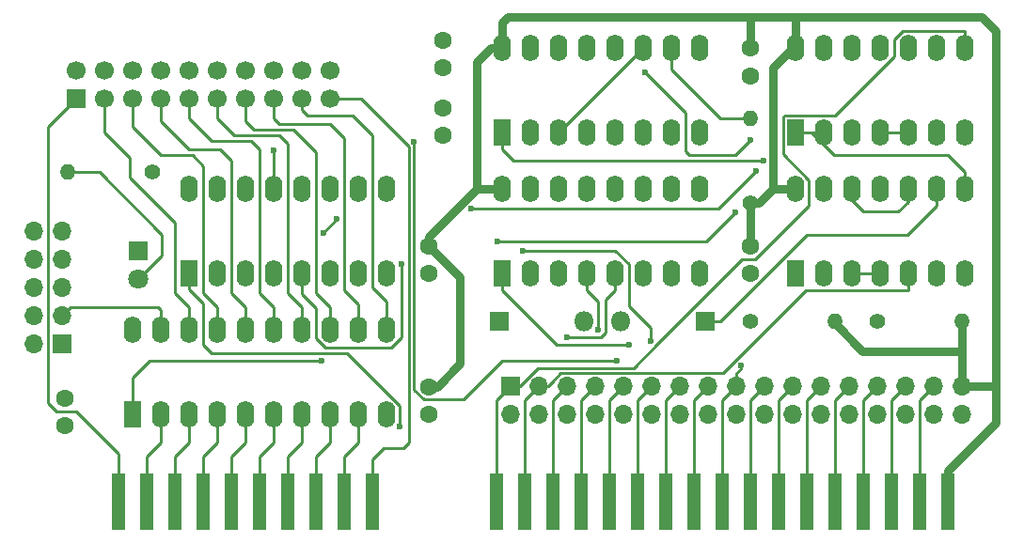
<source format=gtl>
G04 #@! TF.FileFunction,Copper,L1,Top,Signal*
%FSLAX46Y46*%
G04 Gerber Fmt 4.6, Leading zero omitted, Abs format (unit mm)*
G04 Created by KiCad (PCBNEW 4.0.7) date Mon Dec  3 14:16:20 2018*
%MOMM*%
%LPD*%
G01*
G04 APERTURE LIST*
%ADD10C,0.100000*%
%ADD11R,1.700000X1.700000*%
%ADD12O,1.700000X1.700000*%
%ADD13R,1.270000X5.080000*%
%ADD14C,1.600000*%
%ADD15R,1.800000X1.800000*%
%ADD16O,1.800000X1.800000*%
%ADD17C,1.700000*%
%ADD18C,1.400000*%
%ADD19O,1.400000X1.400000*%
%ADD20R,1.600000X2.400000*%
%ADD21O,1.600000X2.400000*%
%ADD22C,1.800000*%
%ADD23C,0.600000*%
%ADD24C,0.750000*%
%ADD25C,0.250000*%
G04 APERTURE END LIST*
D10*
D11*
X30480000Y-55626000D03*
D12*
X27940000Y-55626000D03*
X30480000Y-53086000D03*
X27940000Y-53086000D03*
X30480000Y-50546000D03*
X27940000Y-50546000D03*
X30480000Y-48006000D03*
X27940000Y-48006000D03*
X30480000Y-45466000D03*
X27940000Y-45466000D03*
D11*
X70866005Y-59435989D03*
D12*
X70866005Y-61975989D03*
X73406005Y-59435989D03*
X73406005Y-61975989D03*
X75946005Y-59435989D03*
X75946005Y-61975989D03*
X78486005Y-59435989D03*
X78486005Y-61975989D03*
X81026005Y-59435989D03*
X81026005Y-61975989D03*
X83566005Y-59435989D03*
X83566005Y-61975989D03*
X86106005Y-59435989D03*
X86106005Y-61975989D03*
X88646005Y-59435989D03*
X88646005Y-61975989D03*
X91186005Y-59435989D03*
X91186005Y-61975989D03*
X93726005Y-59435989D03*
X93726005Y-61975989D03*
X96266005Y-59435989D03*
X96266005Y-61975989D03*
X98806005Y-59435989D03*
X98806005Y-61975989D03*
X101346005Y-59435989D03*
X101346005Y-61975989D03*
X103886005Y-59435989D03*
X103886005Y-61975989D03*
X106426005Y-59435989D03*
X106426005Y-61975989D03*
X108966005Y-59435989D03*
X108966005Y-61975989D03*
X111506005Y-59435989D03*
X111506005Y-61975989D03*
D13*
X69596000Y-69850000D03*
X72136000Y-69850000D03*
X74676000Y-69850000D03*
X77216000Y-69850000D03*
X79756000Y-69850000D03*
X82296000Y-69850000D03*
X84836000Y-69850000D03*
X87376000Y-69850000D03*
X89916000Y-69850000D03*
X92456000Y-69850000D03*
X94996000Y-69850000D03*
X97536000Y-69850000D03*
X100076000Y-69850000D03*
X102616000Y-69850000D03*
X105156000Y-69850000D03*
X107696000Y-69850000D03*
X110236000Y-69850000D03*
X35560000Y-69850000D03*
X38100000Y-69850000D03*
X40640000Y-69850000D03*
X43180000Y-69850000D03*
X45720000Y-69850000D03*
X48260000Y-69850000D03*
X50800000Y-69850000D03*
X53340000Y-69850000D03*
X55880000Y-69850000D03*
X58420000Y-69850000D03*
D14*
X64770000Y-30734000D03*
X64770000Y-28234000D03*
X64770000Y-36830000D03*
X64770000Y-34330000D03*
X30734000Y-62992000D03*
X30734000Y-60492000D03*
X92456000Y-49276000D03*
X92456000Y-46776000D03*
X92456000Y-31456000D03*
X92456000Y-28956000D03*
X63500000Y-61976000D03*
X63500000Y-59476000D03*
X63500000Y-49276000D03*
X63500000Y-46776000D03*
D15*
X88392000Y-53594000D03*
D16*
X80772000Y-53594000D03*
D15*
X69850000Y-53594000D03*
D16*
X77470000Y-53594000D03*
D11*
X31750000Y-33528000D03*
D17*
X31750000Y-30988000D03*
X34290000Y-33528000D03*
X34290000Y-30988000D03*
X36830000Y-33528000D03*
X36830000Y-30988000D03*
X39370000Y-33528000D03*
X39370000Y-30988000D03*
X41910000Y-33528000D03*
X41910000Y-30988000D03*
X44450000Y-33528000D03*
X44450000Y-30988000D03*
X46990000Y-33528000D03*
X46990000Y-30988000D03*
X49530000Y-33528000D03*
X49530000Y-30988000D03*
X52070000Y-33528000D03*
X52070000Y-30988000D03*
X54610000Y-33528000D03*
X54610000Y-30988000D03*
D18*
X92456000Y-53594000D03*
D19*
X100076000Y-53594000D03*
D18*
X103886000Y-53594000D03*
D19*
X111506000Y-53594000D03*
D18*
X92456000Y-42926000D03*
D19*
X92456000Y-35306000D03*
D18*
X38608000Y-40132000D03*
D19*
X30988000Y-40132000D03*
D20*
X70104000Y-49276000D03*
D21*
X87884000Y-41656000D03*
X72644000Y-49276000D03*
X85344000Y-41656000D03*
X75184000Y-49276000D03*
X82804000Y-41656000D03*
X77724000Y-49276000D03*
X80264000Y-41656000D03*
X80264000Y-49276000D03*
X77724000Y-41656000D03*
X82804000Y-49276000D03*
X75184000Y-41656000D03*
X85344000Y-49276000D03*
X72644000Y-41656000D03*
X87884000Y-49276000D03*
X70104000Y-41656000D03*
D20*
X96520000Y-49276000D03*
D21*
X111760000Y-41656000D03*
X99060000Y-49276000D03*
X109220000Y-41656000D03*
X101600000Y-49276000D03*
X106680000Y-41656000D03*
X104140000Y-49276000D03*
X104140000Y-41656000D03*
X106680000Y-49276000D03*
X101600000Y-41656000D03*
X109220000Y-49276000D03*
X99060000Y-41656000D03*
X111760000Y-49276000D03*
X96520000Y-41656000D03*
D20*
X70104000Y-36576000D03*
D21*
X87884000Y-28956000D03*
X72644000Y-36576000D03*
X85344000Y-28956000D03*
X75184000Y-36576000D03*
X82804000Y-28956000D03*
X77724000Y-36576000D03*
X80264000Y-28956000D03*
X80264000Y-36576000D03*
X77724000Y-28956000D03*
X82804000Y-36576000D03*
X75184000Y-28956000D03*
X85344000Y-36576000D03*
X72644000Y-28956000D03*
X87884000Y-36576000D03*
X70104000Y-28956000D03*
D20*
X96520000Y-36576000D03*
D21*
X111760000Y-28956000D03*
X99060000Y-36576000D03*
X109220000Y-28956000D03*
X101600000Y-36576000D03*
X106680000Y-28956000D03*
X104140000Y-36576000D03*
X104140000Y-28956000D03*
X106680000Y-36576000D03*
X101600000Y-28956000D03*
X109220000Y-36576000D03*
X99060000Y-28956000D03*
X111760000Y-36576000D03*
X96520000Y-28956000D03*
D20*
X41910000Y-49276000D03*
D21*
X59690000Y-41656000D03*
X44450000Y-49276000D03*
X57150000Y-41656000D03*
X46990000Y-49276000D03*
X54610000Y-41656000D03*
X49530000Y-49276000D03*
X52070000Y-41656000D03*
X52070000Y-49276000D03*
X49530000Y-41656000D03*
X54610000Y-49276000D03*
X46990000Y-41656000D03*
X57150000Y-49276000D03*
X44450000Y-41656000D03*
X59690000Y-49276000D03*
X41910000Y-41656000D03*
D20*
X36830000Y-61976000D03*
D21*
X59690000Y-54356000D03*
X39370000Y-61976000D03*
X57150000Y-54356000D03*
X41910000Y-61976000D03*
X54610000Y-54356000D03*
X44450000Y-61976000D03*
X52070000Y-54356000D03*
X46990000Y-61976000D03*
X49530000Y-54356000D03*
X49530000Y-61976000D03*
X46990000Y-54356000D03*
X52070000Y-61976000D03*
X44450000Y-54356000D03*
X54610000Y-61976000D03*
X41910000Y-54356000D03*
X57150000Y-61976000D03*
X39370000Y-54356000D03*
X59690000Y-61976000D03*
X36830000Y-54356000D03*
D15*
X37338000Y-47244000D03*
D22*
X37338000Y-49784000D03*
D23*
X67818000Y-39370000D03*
X91076200Y-43772900D03*
X69698600Y-46338500D03*
X53848000Y-57150000D03*
X60884100Y-63037300D03*
X75935300Y-54986000D03*
X78715800Y-54357100D03*
X49530000Y-38163500D03*
X80420400Y-57159200D03*
X62172400Y-37401200D03*
X83465900Y-55378200D03*
X71978000Y-47218700D03*
X55245000Y-44384900D03*
X54006700Y-45605600D03*
X61043500Y-48382200D03*
X91584500Y-57594800D03*
X81560100Y-55726900D03*
X93611800Y-39108200D03*
X92456000Y-37274500D03*
X82994500Y-31178500D03*
X92986400Y-40034100D03*
X67314800Y-43424100D03*
D24*
X102552000Y-56261000D02*
X111506000Y-56261000D01*
X100076000Y-53784500D02*
X102552000Y-56261000D01*
X100076000Y-53594000D02*
X100076000Y-53784500D01*
X67818000Y-39370000D02*
X67818000Y-41656000D01*
X67818000Y-41656000D02*
X70104000Y-41656000D01*
X63500000Y-45974000D02*
X67818000Y-41656000D01*
X63500000Y-46776000D02*
X63500000Y-45974000D01*
X66294000Y-49570000D02*
X63500000Y-46776000D01*
X66294000Y-57404000D02*
X66294000Y-49570000D01*
X64222000Y-59476000D02*
X66294000Y-57404000D01*
X63500000Y-59476000D02*
X64222000Y-59476000D01*
X70104000Y-41656000D02*
X67818000Y-41656000D01*
X96520000Y-41656000D02*
X94488000Y-41656000D01*
X94488000Y-30734000D02*
X94488000Y-41656000D01*
X96266000Y-28956000D02*
X94488000Y-30734000D01*
X96520000Y-28956000D02*
X96266000Y-28956000D01*
X96520000Y-28956000D02*
X96520000Y-26162000D01*
X92456000Y-28956000D02*
X92456000Y-26162000D01*
X67818000Y-41656000D02*
X67818000Y-39370000D01*
X69088000Y-28956000D02*
X70104000Y-28956000D01*
X67818000Y-30226000D02*
X69088000Y-28956000D01*
X67818000Y-39370000D02*
X67818000Y-30226000D01*
X111506000Y-59436000D02*
X114554000Y-59436000D01*
X110236000Y-67060000D02*
X110236000Y-69850000D01*
X114554000Y-62742000D02*
X110236000Y-67060000D01*
X114554000Y-59436000D02*
X114554000Y-62742000D01*
X70104000Y-26670000D02*
X70104000Y-28956000D01*
X70612000Y-26162000D02*
X70104000Y-26670000D01*
X92456000Y-26162000D02*
X70612000Y-26162000D01*
X113284000Y-26162000D02*
X96520000Y-26162000D01*
X114554000Y-27432000D02*
X113284000Y-26162000D01*
X114554000Y-59436000D02*
X114554000Y-27432000D01*
X96520000Y-26162000D02*
X92456000Y-26162000D01*
X92456000Y-46776000D02*
X92456000Y-42926000D01*
X93218000Y-42926000D02*
X94488000Y-41656000D01*
X92456000Y-42926000D02*
X93218000Y-42926000D01*
X111506000Y-59436000D02*
X111506000Y-56261000D01*
X111506000Y-56261000D02*
X111506000Y-53594000D01*
D25*
X89729700Y-53594000D02*
X88392000Y-53594000D01*
X97542000Y-45781700D02*
X89729700Y-53594000D01*
X106619600Y-45781700D02*
X97542000Y-45781700D01*
X109220000Y-43181300D02*
X106619600Y-45781700D01*
X109220000Y-41656000D02*
X109220000Y-43181300D01*
X70866005Y-59435989D02*
X71674011Y-59435989D01*
X71674011Y-59435989D02*
X73299700Y-57810300D01*
X73299700Y-57810300D02*
X73888700Y-57810300D01*
X73888700Y-57810300D02*
X73914000Y-57785000D01*
X73914000Y-57785000D02*
X73914000Y-57810300D01*
X69596000Y-60706000D02*
X70866000Y-59436000D01*
X69596000Y-69850000D02*
X69596000Y-60706000D01*
X111760000Y-28956000D02*
X111760000Y-27430700D01*
X73299700Y-57810300D02*
X72041300Y-59068700D01*
X81921300Y-57810300D02*
X73914000Y-57810300D01*
X73914000Y-57810300D02*
X73299700Y-57810300D01*
X84184200Y-55547400D02*
X81921300Y-57810300D01*
X84184200Y-55532500D02*
X84184200Y-55547400D01*
X91690700Y-48026000D02*
X84184200Y-55532500D01*
X92849400Y-48026000D02*
X91690700Y-48026000D01*
X97701400Y-43174000D02*
X92849400Y-48026000D01*
X97701400Y-40845700D02*
X97701400Y-43174000D01*
X95394600Y-38538900D02*
X97701400Y-40845700D01*
X95394600Y-35159600D02*
X95394600Y-38538900D01*
X95503600Y-35050600D02*
X95394600Y-35159600D01*
X100044300Y-35050600D02*
X95503600Y-35050600D01*
X105410000Y-29684900D02*
X100044300Y-35050600D01*
X105410000Y-28173700D02*
X105410000Y-29684900D01*
X106153000Y-27430700D02*
X105410000Y-28173700D01*
X111760000Y-27430700D02*
X106153000Y-27430700D01*
X39497000Y-47625000D02*
X37338000Y-49784000D01*
X39497000Y-45783500D02*
X39497000Y-47625000D01*
X33845500Y-40132000D02*
X39497000Y-45783500D01*
X30988000Y-40132000D02*
X33845500Y-40132000D01*
X88510600Y-46338500D02*
X91076200Y-43772900D01*
X69698600Y-46338500D02*
X88510600Y-46338500D01*
X30480000Y-53086000D02*
X31242000Y-52324000D01*
X39370000Y-52578000D02*
X39370000Y-54356000D01*
X39116000Y-52324000D02*
X39370000Y-52578000D01*
X31242000Y-52324000D02*
X39116000Y-52324000D01*
X36830000Y-58801000D02*
X36830000Y-58674000D01*
X36830000Y-58674000D02*
X38354000Y-57150000D01*
X53848000Y-57150000D02*
X38354000Y-57150000D01*
X36830000Y-58801000D02*
X36830000Y-61976000D01*
X29210000Y-36068000D02*
X31750000Y-33528000D01*
X29210000Y-60960000D02*
X29210000Y-36068000D01*
X29972000Y-61722000D02*
X29210000Y-60960000D01*
X31750000Y-61722000D02*
X29972000Y-61722000D01*
X35560000Y-65532000D02*
X31750000Y-61722000D01*
X35560000Y-69850000D02*
X35560000Y-65532000D01*
X38100000Y-65786000D02*
X38100000Y-69850000D01*
X39370000Y-64516000D02*
X38100000Y-65786000D01*
X39370000Y-61976000D02*
X39370000Y-64516000D01*
X40640000Y-65786000D02*
X40640000Y-69850000D01*
X41910000Y-64516000D02*
X40640000Y-65786000D01*
X41910000Y-61976000D02*
X41910000Y-64516000D01*
X43180000Y-65786000D02*
X43180000Y-69850000D01*
X44450000Y-64516000D02*
X43180000Y-65786000D01*
X44450000Y-61976000D02*
X44450000Y-64516000D01*
X45720000Y-65786000D02*
X45720000Y-69850000D01*
X46990000Y-64516000D02*
X45720000Y-65786000D01*
X46990000Y-61976000D02*
X46990000Y-64516000D01*
X48260000Y-65786000D02*
X48260000Y-69850000D01*
X49530000Y-64516000D02*
X48260000Y-65786000D01*
X49530000Y-61976000D02*
X49530000Y-64516000D01*
X50800000Y-65786000D02*
X50800000Y-69850000D01*
X52070000Y-64516000D02*
X50800000Y-65786000D01*
X52070000Y-61976000D02*
X52070000Y-64516000D01*
X53340000Y-65786000D02*
X53340000Y-69850000D01*
X54610000Y-64516000D02*
X53340000Y-65786000D01*
X54610000Y-61976000D02*
X54610000Y-64516000D01*
X55880000Y-65786000D02*
X55880000Y-69850000D01*
X57150000Y-64516000D02*
X55880000Y-65786000D01*
X57150000Y-61976000D02*
X57150000Y-64516000D01*
X58420000Y-66040000D02*
X58420000Y-69850000D01*
X59436000Y-65024000D02*
X58420000Y-66040000D01*
X61214000Y-65024000D02*
X59436000Y-65024000D01*
X61722000Y-64516000D02*
X61214000Y-65024000D01*
X61722000Y-37846000D02*
X61722000Y-64516000D01*
X57404000Y-33528000D02*
X61722000Y-37846000D01*
X54610000Y-33528000D02*
X57404000Y-33528000D01*
X34290000Y-36576000D02*
X34290000Y-33528000D01*
X36576000Y-38862000D02*
X34290000Y-36576000D01*
X36576000Y-40640000D02*
X36576000Y-38862000D01*
X40640000Y-44704000D02*
X36576000Y-40640000D01*
X40640000Y-51054000D02*
X40640000Y-44704000D01*
X41910000Y-52324000D02*
X40640000Y-51054000D01*
X41910000Y-54356000D02*
X41910000Y-52324000D01*
X36830000Y-36068000D02*
X36830000Y-33528000D01*
X39370000Y-38608000D02*
X36830000Y-36068000D01*
X42222000Y-38608000D02*
X39370000Y-38608000D01*
X43180000Y-39566000D02*
X42222000Y-38608000D01*
X43180000Y-51054000D02*
X43180000Y-39566000D01*
X44450000Y-52324000D02*
X43180000Y-51054000D01*
X44450000Y-54356000D02*
X44450000Y-52324000D01*
X39370000Y-35560000D02*
X39370000Y-33528000D01*
X41910000Y-38100000D02*
X39370000Y-35560000D01*
X44704000Y-38100000D02*
X41910000Y-38100000D01*
X45720000Y-39116000D02*
X44704000Y-38100000D01*
X45720000Y-51054000D02*
X45720000Y-39116000D01*
X46990000Y-52324000D02*
X45720000Y-51054000D01*
X46990000Y-54356000D02*
X46990000Y-52324000D01*
X41910000Y-35306000D02*
X41910000Y-33528000D01*
X43942000Y-37338000D02*
X41910000Y-35306000D01*
X47498000Y-37338000D02*
X43942000Y-37338000D01*
X48260000Y-38100000D02*
X47498000Y-37338000D01*
X48260000Y-51054000D02*
X48260000Y-38100000D01*
X49530000Y-52324000D02*
X48260000Y-51054000D01*
X49530000Y-54356000D02*
X49530000Y-52324000D01*
X44450000Y-35306000D02*
X44450000Y-33528000D01*
X45974000Y-36830000D02*
X44450000Y-35306000D01*
X50038000Y-36830000D02*
X45974000Y-36830000D01*
X50800000Y-37592000D02*
X50038000Y-36830000D01*
X50800000Y-51054000D02*
X50800000Y-37592000D01*
X52070000Y-52324000D02*
X50800000Y-51054000D01*
X52070000Y-54356000D02*
X52070000Y-52324000D01*
X46990000Y-35560000D02*
X46990000Y-33528000D01*
X47752000Y-36322000D02*
X46990000Y-35560000D01*
X51308000Y-36322000D02*
X47752000Y-36322000D01*
X53340000Y-38354000D02*
X51308000Y-36322000D01*
X53340000Y-51054000D02*
X53340000Y-38354000D01*
X54610000Y-52324000D02*
X53340000Y-51054000D01*
X54610000Y-54356000D02*
X54610000Y-52324000D01*
X49530000Y-35306000D02*
X49530000Y-33528000D01*
X50038000Y-35814000D02*
X49530000Y-35306000D01*
X54610000Y-35814000D02*
X50038000Y-35814000D01*
X55880000Y-37084000D02*
X54610000Y-35814000D01*
X55880000Y-50800000D02*
X55880000Y-37084000D01*
X57150000Y-52070000D02*
X55880000Y-50800000D01*
X57150000Y-54356000D02*
X57150000Y-52070000D01*
X58420000Y-38100000D02*
X58420000Y-38608000D01*
X59690000Y-51816000D02*
X59690000Y-54356000D01*
X58420000Y-50546000D02*
X59690000Y-51816000D01*
X58420000Y-38608000D02*
X58420000Y-50546000D01*
X58420000Y-36830000D02*
X58420000Y-38100000D01*
X56642000Y-35052000D02*
X58420000Y-36830000D01*
X52578000Y-35052000D02*
X56642000Y-35052000D01*
X52070000Y-34544000D02*
X52578000Y-35052000D01*
X52070000Y-33528000D02*
X52070000Y-34544000D01*
X58420000Y-38100000D02*
X58420000Y-38608000D01*
X73406005Y-59435989D02*
X74213911Y-59435989D01*
X74213911Y-59435989D02*
X74581300Y-59068600D01*
X72136000Y-60706000D02*
X72136000Y-69850000D01*
X73406000Y-59436000D02*
X72136000Y-60706000D01*
X97464800Y-50801300D02*
X106680000Y-50801300D01*
X90005400Y-58260700D02*
X97464800Y-50801300D01*
X75389200Y-58260700D02*
X90005400Y-58260700D01*
X74581300Y-59068600D02*
X75389200Y-58260700D01*
X106680000Y-49276000D02*
X106680000Y-50801300D01*
X41910000Y-49276000D02*
X41910000Y-50736500D01*
X43180000Y-52006500D02*
X43180000Y-52895500D01*
X41910000Y-50736500D02*
X43180000Y-52006500D01*
X44640500Y-56451500D02*
X43942000Y-56451500D01*
X43180000Y-55689500D02*
X43180000Y-52895500D01*
X43942000Y-56451500D02*
X43180000Y-55689500D01*
X44767500Y-56451500D02*
X44767500Y-56449800D01*
X44196000Y-56451500D02*
X44640500Y-56451500D01*
X44640500Y-56451500D02*
X44767500Y-56451500D01*
X56160200Y-56449800D02*
X44767500Y-56449800D01*
X60884100Y-61173700D02*
X56160200Y-56449800D01*
X60884100Y-63037300D02*
X60884100Y-61173700D01*
X44767500Y-56449800D02*
X44500700Y-56449800D01*
X74676000Y-60706000D02*
X74676000Y-69850000D01*
X75946000Y-59436000D02*
X74676000Y-60706000D01*
X79407900Y-51657400D02*
X80264000Y-50801300D01*
X79407900Y-54554900D02*
X79407900Y-51657400D01*
X78976800Y-54986000D02*
X79407900Y-54554900D01*
X75935300Y-54986000D02*
X78976800Y-54986000D01*
X80264000Y-49276000D02*
X80264000Y-50801300D01*
X77216000Y-60706000D02*
X77216000Y-69850000D01*
X78486000Y-59436000D02*
X77216000Y-60706000D01*
X77724000Y-49276000D02*
X77724000Y-50801300D01*
X78715800Y-51793100D02*
X78715800Y-54357100D01*
X77724000Y-50801300D02*
X78715800Y-51793100D01*
X79756000Y-60706000D02*
X79756000Y-69850000D01*
X81026000Y-59436000D02*
X79756000Y-60706000D01*
X49530000Y-38163500D02*
X49530000Y-39687500D01*
X82296000Y-60706000D02*
X82296000Y-69850000D01*
X83566000Y-59436000D02*
X82296000Y-60706000D01*
X49530000Y-41656000D02*
X49530000Y-39687500D01*
X70093600Y-57159200D02*
X80420400Y-57159200D01*
X66624100Y-60628700D02*
X70093600Y-57159200D01*
X63055800Y-60628700D02*
X66624100Y-60628700D01*
X62172400Y-59745300D02*
X63055800Y-60628700D01*
X62172400Y-37401200D02*
X62172400Y-59745300D01*
X84836000Y-60706000D02*
X84836000Y-69850000D01*
X86106000Y-59436000D02*
X84836000Y-60706000D01*
X54024300Y-45605600D02*
X54006700Y-45605600D01*
X55245000Y-44384900D02*
X54024300Y-45605600D01*
X83465800Y-55378200D02*
X83465900Y-55378200D01*
X83465800Y-54155800D02*
X83465800Y-55378200D01*
X81534000Y-52224000D02*
X83465800Y-54155800D01*
X81534000Y-48449500D02*
X81534000Y-52224000D01*
X80303200Y-47218700D02*
X81534000Y-48449500D01*
X71978000Y-47218700D02*
X80303200Y-47218700D01*
X53340950Y-53594000D02*
X53340950Y-52388450D01*
X53340950Y-52388450D02*
X52070000Y-51117500D01*
X52070000Y-51117500D02*
X52070000Y-50800000D01*
X53340950Y-52451000D02*
X53340950Y-53402550D01*
X52070000Y-51054000D02*
X52070000Y-51117500D01*
X53340950Y-52388450D02*
X53340950Y-52451000D01*
X53340950Y-52451000D02*
X53340950Y-52958050D01*
X52070000Y-51117500D02*
X53340950Y-52388450D01*
X53340950Y-52958050D02*
X53340950Y-53402550D01*
X53340950Y-53402550D02*
X53340950Y-53594000D01*
X53340950Y-53594000D02*
X53340950Y-55123250D01*
X61043500Y-48382200D02*
X61043500Y-55006200D01*
X61043500Y-55006200D02*
X60118900Y-55930800D01*
X60118900Y-55930800D02*
X54148500Y-55930800D01*
X53340950Y-55123250D02*
X54148500Y-55930800D01*
X87376000Y-60706000D02*
X87376000Y-69850000D01*
X88646000Y-59436000D02*
X87376000Y-60706000D01*
X52070000Y-51054000D02*
X52070000Y-50800000D01*
X52070000Y-50800000D02*
X52070000Y-49276000D01*
X89916000Y-60706000D02*
X89916000Y-69850000D01*
X91186000Y-59436000D02*
X89916000Y-60706000D01*
X91186000Y-59436000D02*
X91186000Y-58260700D01*
X91584500Y-57862200D02*
X91584500Y-57594800D01*
X91186000Y-58260700D02*
X91584500Y-57862200D01*
X92456000Y-60706000D02*
X92456000Y-69850000D01*
X93726000Y-59436000D02*
X92456000Y-60706000D01*
X70104000Y-49276000D02*
X70104000Y-50801300D01*
X75029600Y-55726900D02*
X70104000Y-50801300D01*
X81560100Y-55726900D02*
X75029600Y-55726900D01*
X94996000Y-60706000D02*
X94996000Y-69850000D01*
X96266000Y-59436000D02*
X94996000Y-60706000D01*
X97536000Y-60706000D02*
X97536000Y-69850000D01*
X98806000Y-59436000D02*
X97536000Y-60706000D01*
X100076000Y-60706000D02*
X100076000Y-69850000D01*
X101346000Y-59436000D02*
X100076000Y-60706000D01*
X102616000Y-60706000D02*
X102616000Y-69850000D01*
X103886000Y-59436000D02*
X102616000Y-60706000D01*
X105156000Y-60706000D02*
X105156000Y-69850000D01*
X106426000Y-59436000D02*
X105156000Y-60706000D01*
X107696000Y-60706000D02*
X107696000Y-69850000D01*
X108966000Y-59436000D02*
X107696000Y-60706000D01*
X89789000Y-35306000D02*
X92456000Y-35306000D01*
X85344000Y-30861000D02*
X89789000Y-35306000D01*
X85344000Y-28956000D02*
X85344000Y-30861000D01*
X75184000Y-36576000D02*
X82804000Y-28956000D01*
X96520000Y-36576000D02*
X97982800Y-36576000D01*
X97982800Y-36576000D02*
X99060000Y-36576000D01*
X111760000Y-41656000D02*
X111760000Y-40130700D01*
X100007700Y-38600900D02*
X97982800Y-36576000D01*
X110230200Y-38600900D02*
X100007700Y-38600900D01*
X111760000Y-40130700D02*
X110230200Y-38600900D01*
X106680000Y-42799000D02*
X106680000Y-41656000D01*
X105791000Y-43688000D02*
X106680000Y-42799000D01*
X102616000Y-43688000D02*
X105791000Y-43688000D01*
X101600000Y-42672000D02*
X102616000Y-43688000D01*
X101600000Y-41656000D02*
X101600000Y-42672000D01*
X101600000Y-49276000D02*
X104140000Y-49276000D01*
X104140000Y-36576000D02*
X106680000Y-36576000D01*
X70104000Y-36576000D02*
X70104000Y-38101300D01*
X71110900Y-39108200D02*
X93611800Y-39108200D01*
X70104000Y-38101300D02*
X71110900Y-39108200D01*
X91122500Y-38608000D02*
X92456000Y-37274500D01*
X86931500Y-38608000D02*
X91122500Y-38608000D01*
X86614000Y-38290500D02*
X86931500Y-38608000D01*
X86614000Y-34798000D02*
X86614000Y-38290500D01*
X82994500Y-31178500D02*
X86614000Y-34798000D01*
X89596400Y-43424100D02*
X92986400Y-40034100D01*
X67314800Y-43424100D02*
X89596400Y-43424100D01*
M02*

</source>
